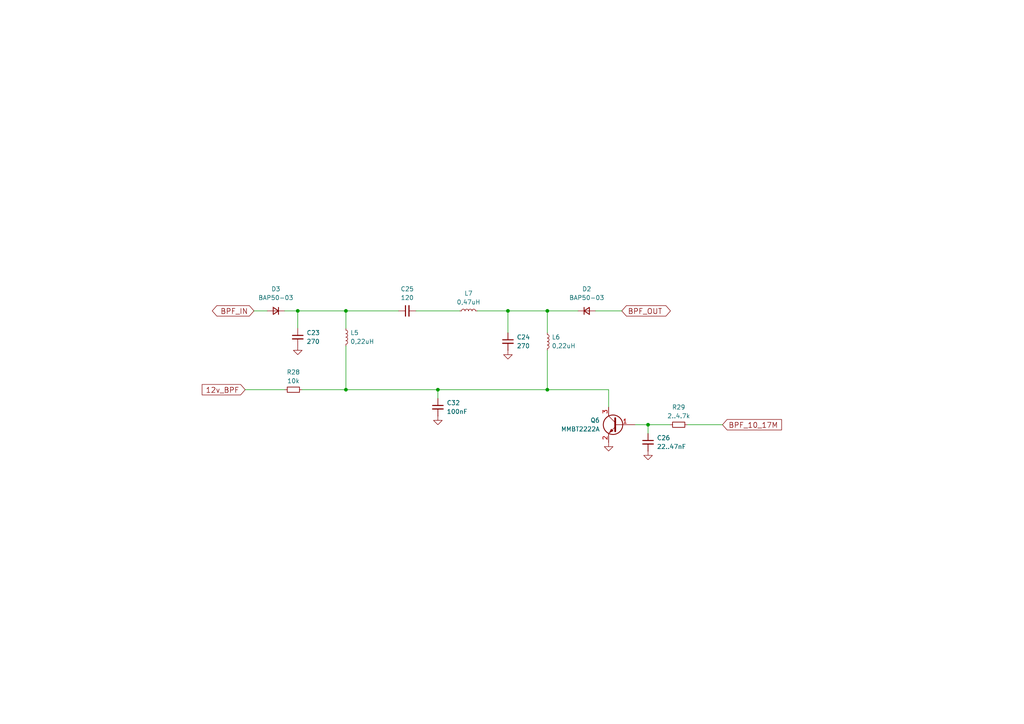
<source format=kicad_sch>
(kicad_sch (version 20231120) (generator "eeschema") (generator_version "8.0")
  (paper "A4")
  (lib_symbols
    (symbol "Device:C_Small" (pin_numbers hide) (pin_names (offset 0.254) hide)
      (property "Reference" "C" (at 0.254 1.778 0))
      (property "Value" "C_Small" (at 0.254 -2.032 0))
      (symbol "C_Small_0_1"
        (polyline (pts (xy -1.524 -0.508) (xy 1.524 -0.508)) (stroke (width 0.3302)))
        (polyline (pts (xy -1.524 0.508) (xy 1.524 0.508)) (stroke (width 0.3048)))
      )
      (symbol "C_Small_1_1"
        (pin passive line (at 0 2.54 270) (length 2.032) (name "~") (number "1"))
        (pin passive line (at 0 -2.54 90) (length 2.032) (name "~") (number "2"))
      )
    )
    (symbol "Device:D_Small" (pin_numbers hide) (pin_names (offset 0.254) hide)
      (property "Reference" "D" (at -1.27 2.032 0))
      (property "Value" "D_Small" (at -3.81 -2.032 0))
      (symbol "D_Small_0_1"
        (polyline (pts (xy -0.762 -1.016) (xy -0.762 1.016)) (stroke (width 0.254)))
        (polyline (pts (xy -0.762 0) (xy 0.762 0)))
        (polyline (pts (xy 0.762 -1.016) (xy -0.762 0) (xy 0.762 1.016) (xy 0.762 -1.016)) (stroke (width 0.254)))
      )
      (symbol "D_Small_1_1"
        (pin passive line (at -2.54 0 0) (length 1.778) (name "K") (number "1"))
        (pin passive line (at 2.54 0 180) (length 1.778) (name "A") (number "2"))
      )
    )
    (symbol "Device:L_Small" (pin_numbers hide) (pin_names (offset 0.254) hide)
      (property "Reference" "L" (at 0.762 1.016 0))
      (property "Value" "L_Small" (at 0.762 -1.016 0))
      (symbol "L_Small_0_1"
        (arc (start 0 -2.032) (mid 0.5058 -1.524) (end 0 -1.016))
        (arc (start 0 -1.016) (mid 0.5058 -0.508) (end 0 0))
        (arc (start 0 0) (mid 0.5058 0.508) (end 0 1.016))
        (arc (start 0 1.016) (mid 0.5058 1.524) (end 0 2.032))
      )
      (symbol "L_Small_1_1"
        (pin passive line (at 0 2.54 270) (length 0.508) (name "~") (number "1"))
        (pin passive line (at 0 -2.54 90) (length 0.508) (name "~") (number "2"))
      )
    )
    (symbol "Device:R_Small" (pin_numbers hide) (pin_names (offset 0.254) hide)
      (property "Reference" "R" (at 0.762 0.508 0))
      (property "Value" "R_Small" (at 0.762 -1.016 0))
      (symbol "R_Small_0_1"
        (rectangle (start -0.762 1.778) (end 0.762 -1.778) (stroke (width 0.2032)))
      )
      (symbol "R_Small_1_1"
        (pin passive line (at 0 2.54 270) (length 0.762) (name "~") (number "1"))
        (pin passive line (at 0 -2.54 90) (length 0.762) (name "~") (number "2"))
      )
    )
    (symbol "Transistor_BJT:MMBT2222A" (pin_names (offset 0) hide)
      (property "Reference" "Q" (at 5.08 1.905 0))
      (property "Value" "MMBT2222A" (at 5.08 0 0))
      (symbol "MMBT2222A_0_1"
        (polyline (pts (xy 0.635 0.635) (xy 2.54 2.54)))
        (polyline (pts (xy 0.635 -0.635) (xy 2.54 -2.54) (xy 2.54 -2.54)))
        (polyline (pts (xy 0.635 1.905) (xy 0.635 -1.905) (xy 0.635 -1.905)) (stroke (width 0.508)))
        (polyline (pts (xy 1.27 -1.778) (xy 1.778 -1.27) (xy 2.286 -2.286) (xy 1.27 -1.778) (xy 1.27 -1.778)) (fill (type outline)))
        (circle (center 1.27 0) (radius 2.8194) (stroke (width 0.254)))
      )
      (symbol "MMBT2222A_1_1"
        (pin input line (at -5.08 0 0) (length 5.715) (name "B") (number "1"))
        (pin passive line (at 2.54 -5.08 90) (length 2.54) (name "E") (number "2"))
        (pin passive line (at 2.54 5.08 270) (length 2.54) (name "C") (number "3"))
      )
    )
    (symbol "power:GND" (power) (pin_numbers hide) (pin_names (offset 0) hide)
      (property "Value" "GND" (at 0 -3.81 0))
      (symbol "GND_0_1"
        (polyline (pts (xy 0 0) (xy 0 -1.27) (xy 1.27 -1.27) (xy 0 -2.54) (xy -1.27 -1.27) (xy 0 -1.27)))
      )
      (symbol "GND_1_1"
        (pin power_in line (at 0 0 270) (length 0) (name "~") (number "1"))
      )
    )
  )
  (junction (at 147.32 90.17))
  (junction (at 100.33 113.03))
  (junction (at 86.36 90.17))
  (junction (at 158.75 113.03))
  (junction (at 187.96 123.19))
  (junction (at 158.75 90.17))
  (junction (at 100.33 90.17))
  (junction (at 127 113.03))
  (wire (pts (xy 176.53 113.03) (xy 176.53 118.11)))
  (wire (pts (xy 199.39 123.19) (xy 209.55 123.19)))
  (wire (pts (xy 187.96 123.19) (xy 187.96 125.73)))
  (wire (pts (xy 86.36 90.17) (xy 86.36 95.25)))
  (wire (pts (xy 172.72 90.17) (xy 180.34 90.17)))
  (wire (pts (xy 187.96 123.19) (xy 194.31 123.19)))
  (wire (pts (xy 147.32 90.17) (xy 158.75 90.17)))
  (wire (pts (xy 158.75 113.03) (xy 176.53 113.03)))
  (wire (pts (xy 127 113.03) (xy 158.75 113.03)))
  (wire (pts (xy 138.43 90.17) (xy 147.32 90.17)))
  (wire (pts (xy 158.75 90.17) (xy 167.64 90.17)))
  (wire (pts (xy 120.65 90.17) (xy 133.35 90.17)))
  (wire (pts (xy 158.75 90.17) (xy 158.75 96.52)))
  (wire (pts (xy 100.33 90.17) (xy 100.33 95.25)))
  (wire (pts (xy 82.55 90.17) (xy 86.36 90.17)))
  (wire (pts (xy 158.75 113.03) (xy 158.75 101.6)))
  (wire (pts (xy 127 113.03) (xy 127 115.57)))
  (wire (pts (xy 184.15 123.19) (xy 187.96 123.19)))
  (wire (pts (xy 115.57 90.17) (xy 100.33 90.17)))
  (wire (pts (xy 147.32 90.17) (xy 147.32 96.52)))
  (wire (pts (xy 73.66 90.17) (xy 77.47 90.17)))
  (wire (pts (xy 71.12 113.03) (xy 82.55 113.03)))
  (wire (pts (xy 100.33 90.17) (xy 86.36 90.17)))
  (wire (pts (xy 100.33 113.03) (xy 100.33 100.33)))
  (wire (pts (xy 87.63 113.03) (xy 100.33 113.03)))
  (wire (pts (xy 100.33 113.03) (xy 127 113.03)))
  (global_label "BPF_OUT" (shape bidirectional) (at 180.34 90.17 0) (effects (font (size 1.524 1.524))) (property "Intersheetrefs" "${INTERSHEET_REFS}" (effects (hide yes))))
  (global_label "BPF_10_17M" (shape input) (at 209.55 123.19 0) (effects (font (size 1.524 1.524))) (property "Intersheetrefs" "${INTERSHEET_REFS}" (effects (hide yes))))
  (global_label "12v_BPF" (shape input) (at 71.12 113.03 180) (effects (font (size 1.524 1.524))) (property "Intersheetrefs" "${INTERSHEET_REFS}" (effects (hide yes))))
  (global_label "BPF_IN" (shape bidirectional) (at 73.66 90.17 180) (effects (font (size 1.524 1.524))) (property "Intersheetrefs" "${INTERSHEET_REFS}" (effects (hide yes))))
  (symbol (lib_id "Device:C_Small") (at 127 118.11 0) (unit 1)
    (property "Reference" "C32" (at 129.54 116.8462 0) (effects (justify left)))
    (property "Value" "100nF" (at 129.54 119.3862 0) (effects (justify left)))
    (property "Footprint" "SDR_footprints:C_1206_0603" (effects (hide yes)))
    (property "Description" "Unpolarized capacitor, small symbol" (effects (hide yes)))
  )
  (symbol (lib_id "Device:L_Small") (at 135.89 90.17 90) (unit 1)
    (property "Reference" "L7" (at 135.89 85.09 90))
    (property "Value" "0,47uH" (at 135.89 87.63 90))
    (property "Footprint" "SDR_footprints:Resistor_SMD+THTuniversal_0603to2512_RM10_HandSoldering" (effects (hide yes)))
    (property "Description" "Inductor, small symbol" (effects (hide yes)))
  )
  (symbol (lib_id "Device:C_Small") (at 187.96 128.27 0) (unit 1)
    (property "Reference" "C26" (at 190.5 127.0062 0) (effects (justify left)))
    (property "Value" "22..47nF" (at 190.5 129.5462 0) (effects (justify left)))
    (property "Footprint" "SDR_footprints:C_1206_0603" (effects (hide yes)))
    (property "Description" "Unpolarized capacitor, small symbol" (effects (hide yes)))
  )
  (symbol (lib_id "Device:C_Small") (at 86.36 97.79 0) (unit 1)
    (property "Reference" "C23" (at 88.9 96.5262 0) (effects (justify left)))
    (property "Value" "270" (at 88.9 99.0662 0) (effects (justify left)))
    (property "Footprint" "SDR_footprints:C_1206_0603" (effects (hide yes)))
    (property "Description" "Unpolarized capacitor, small symbol" (effects (hide yes)))
    (property "JLCPCB" "C694496" (effects (hide yes)))
  )
  (symbol (lib_id "Device:R_Small") (at 85.09 113.03 90) (unit 1)
    (property "Reference" "R28" (at 85.09 107.95 90))
    (property "Value" "10k" (at 85.09 110.49 90))
    (property "Footprint" "Resistor_SMD:R_0603_1608Metric_Pad0.98x0.95mm_HandSolder" (effects (hide yes)))
    (property "Description" "Resistor, small symbol" (effects (hide yes)))
    (property "JLCPCB" "C25804" (effects (hide yes)))
  )
  (symbol (lib_id "Transistor_BJT:MMBT2222A") (at 179.07 123.19 0) (mirror y) (unit 1)
    (property "Reference" "Q6" (at 173.99 121.9199 0) (effects (justify left)))
    (property "Value" "MMBT2222A" (at 173.99 124.4599 0) (effects (justify left)))
    (property "Footprint" "Package_TO_SOT_SMD:SOT-23" (effects (hide yes)))
    (property "Datasheet" "https://assets.nexperia.com/documents/data-sheet/MMBT2222A.pdf" (effects (hide yes)))
    (property "Description" "600mA Ic, 40V Vce, NPN Transistor, SOT-23" (effects (hide yes)))
  )
  (symbol (lib_id "Device:C_Small") (at 147.32 99.06 0) (unit 1)
    (property "Reference" "C24" (at 149.86 97.7962 0) (effects (justify left)))
    (property "Value" "270" (at 149.86 100.3362 0) (effects (justify left)))
    (property "Footprint" "SDR_footprints:C_1206_0603" (effects (hide yes)))
    (property "Description" "Unpolarized capacitor, small symbol" (effects (hide yes)))
    (property "JLCPCB" "C694496" (effects (hide yes)))
  )
  (symbol (lib_id "power:GND") (at 187.96 130.81 0) (unit 1)
    (property "Reference" "#PWR049" (effects (hide yes)))
    (property "Value" "GND" (effects (hide yes)))
    (property "Description" "Power symbol creates a global label with name \"GND\" , ground" (effects (hide yes)))
  )
  (symbol (lib_id "Device:C_Small") (at 118.11 90.17 90) (unit 1)
    (property "Reference" "C25" (at 118.1163 83.82 90))
    (property "Value" "120" (at 118.1163 86.36 90))
    (property "Footprint" "SDR_footprints:C_1206_0603" (effects (hide yes)))
    (property "Description" "Unpolarized capacitor, small symbol" (effects (hide yes)))
    (property "JLCPCB" "C599667" (effects (hide yes)))
  )
  (symbol (lib_id "power:GND") (at 86.36 100.33 0) (unit 1)
    (property "Reference" "#PWR046" (effects (hide yes)))
    (property "Value" "GND" (effects (hide yes)))
    (property "Description" "Power symbol creates a global label with name \"GND\" , ground" (effects (hide yes)))
  )
  (symbol (lib_id "Device:L_Small") (at 158.75 99.06 0) (unit 1)
    (property "Reference" "L6" (at 160.02 97.7899 0) (effects (justify left)))
    (property "Value" "0,22uH" (at 160.02 100.3299 0) (effects (justify left)))
    (property "Footprint" "SDR_footprints:Resistor_SMD+THTuniversal_0603to2512_RM10_HandSoldering" (effects (hide yes)))
    (property "Description" "Inductor, small symbol" (effects (hide yes)))
  )
  (symbol (lib_id "Device:D_Small") (at 80.01 90.17 180) (unit 1)
    (property "Reference" "D3" (at 80.01 83.82 0))
    (property "Value" "BAP50-03" (at 80.01 86.36 0))
    (property "Footprint" "Diode_SMD:D_SOD-323_HandSoldering" (effects (hide yes)))
    (property "Description" "Diode, small symbol" (effects (hide yes)))
    (property "Sim.Device" "D" (effects (hide yes)))
    (property "Sim.Pins" "1=K 2=A" (effects (hide yes)))
    (property "JLCPCB" "C130411" (effects (hide yes)))
  )
  (symbol (lib_id "Device:R_Small") (at 196.85 123.19 90) (unit 1)
    (property "Reference" "R29" (at 196.85 118.11 90))
    (property "Value" "2..4.7k" (at 196.85 120.65 90))
    (property "Footprint" "SDR_footprints:R_1206_0603" (effects (hide yes)))
    (property "Description" "Resistor, small symbol" (effects (hide yes)))
  )
  (symbol (lib_id "power:GND") (at 176.53 128.27 0) (unit 1)
    (property "Reference" "#PWR048" (effects (hide yes)))
    (property "Value" "GND" (effects (hide yes)))
    (property "Description" "Power symbol creates a global label with name \"GND\" , ground" (effects (hide yes)))
  )
  (symbol (lib_id "power:GND") (at 127 120.65 0) (unit 1)
    (property "Reference" "#PWR055" (effects (hide yes)))
    (property "Value" "GND" (effects (hide yes)))
    (property "Description" "Power symbol creates a global label with name \"GND\" , ground" (effects (hide yes)))
  )
  (symbol (lib_id "Device:L_Small") (at 100.33 97.79 0) (unit 1)
    (property "Reference" "L5" (at 101.6 96.5199 0) (effects (justify left)))
    (property "Value" "0,22uH" (at 101.6 99.0599 0) (effects (justify left)))
    (property "Footprint" "SDR_footprints:Resistor_SMD+THTuniversal_0603to2512_RM10_HandSoldering" (effects (hide yes)))
    (property "Description" "Inductor, small symbol" (effects (hide yes)))
  )
  (symbol (lib_id "power:GND") (at 147.32 101.6 0) (unit 1)
    (property "Reference" "#PWR047" (effects (hide yes)))
    (property "Value" "GND" (effects (hide yes)))
    (property "Description" "Power symbol creates a global label with name \"GND\" , ground" (effects (hide yes)))
  )
  (symbol (lib_id "Device:D_Small") (at 170.18 90.17 0) (unit 1)
    (property "Reference" "D2" (at 170.18 83.82 0))
    (property "Value" "BAP50-03" (at 170.18 86.36 0))
    (property "Footprint" "Diode_SMD:D_SOD-323_HandSoldering" (effects (hide yes)))
    (property "Description" "Diode, small symbol" (effects (hide yes)))
    (property "Sim.Device" "D" (effects (hide yes)))
    (property "Sim.Pins" "1=K 2=A" (effects (hide yes)))
    (property "JLCPCB" "C130411" (effects (hide yes)))
  )
)
</source>
